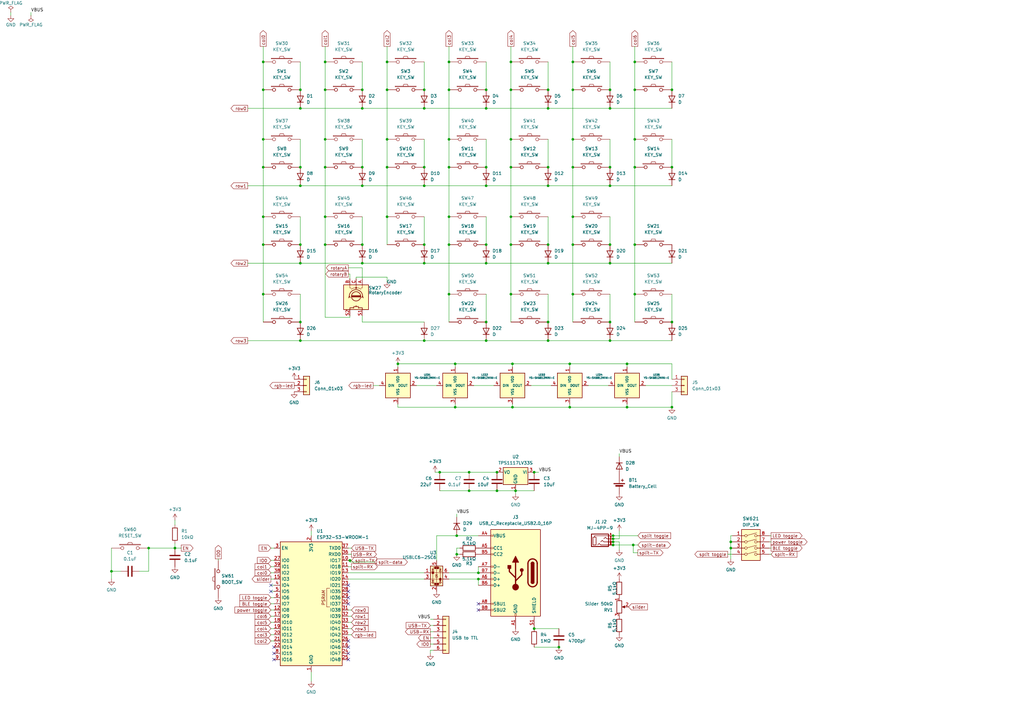
<source format=kicad_sch>
(kicad_sch (version 20231120) (generator "eeschema") (generator_version "8.0")
  (paper "A3")
  (junction (at 219.075 193.675))
  (junction (at 234.95 25.4))
  (junction (at 180.34 193.675))
  (junction (at 209.55 36.83))
  (junction (at 196.215 234.95))
  (junction (at 219.075 257.81))
  (junction (at 250.19 100.33))
  (junction (at 123.19 100.33))
  (junction (at 209.55 68.58))
  (junction (at 60.96 224.79))
  (junction (at 229.235 265.43))
  (junction (at 259.715 223.52))
  (junction (at 187.325 227.33))
  (junction (at 192.405 201.295))
  (junction (at 260.35 57.15))
  (junction (at 148.59 68.58))
  (junction (at 199.39 44.45))
  (junction (at 260.35 25.4))
  (junction (at 211.455 201.295))
  (junction (at 192.405 193.675))
  (junction (at 184.15 100.33))
  (junction (at 158.75 36.83))
  (junction (at 196.215 237.49))
  (junction (at 250.19 36.83))
  (junction (at 107.95 120.65))
  (junction (at 123.19 76.2))
  (junction (at 299.72 224.79))
  (junction (at 148.59 100.33))
  (junction (at 107.95 57.15))
  (junction (at 158.75 88.9))
  (junction (at 184.15 57.15))
  (junction (at 275.59 167.005))
  (junction (at 199.39 76.2))
  (junction (at 209.55 120.65))
  (junction (at 133.35 25.4))
  (junction (at 186.69 167.005))
  (junction (at 257.175 149.225))
  (junction (at 199.39 107.95))
  (junction (at 251.46 220.98))
  (junction (at 260.35 36.83))
  (junction (at 199.39 36.83))
  (junction (at 123.19 36.83))
  (junction (at 107.95 25.4))
  (junction (at 71.755 224.79))
  (junction (at 275.59 68.58))
  (junction (at 184.15 120.65))
  (junction (at 224.79 139.7))
  (junction (at 107.95 36.83))
  (junction (at 173.99 36.83))
  (junction (at 173.99 107.95))
  (junction (at 184.15 88.9))
  (junction (at 250.19 44.45))
  (junction (at 233.68 167.005))
  (junction (at 133.35 36.83))
  (junction (at 260.35 120.65))
  (junction (at 123.19 107.95))
  (junction (at 187.325 219.71))
  (junction (at 224.79 100.33))
  (junction (at 251.46 223.52))
  (junction (at 107.95 88.9))
  (junction (at 184.15 68.58))
  (junction (at 251.46 222.25))
  (junction (at 209.55 88.9))
  (junction (at 133.35 68.58))
  (junction (at 224.79 68.58))
  (junction (at 203.835 201.295))
  (junction (at 199.39 68.58))
  (junction (at 123.19 44.45))
  (junction (at 199.39 132.08))
  (junction (at 173.99 76.2))
  (junction (at 163.195 149.225))
  (junction (at 148.59 36.83))
  (junction (at 224.79 44.45))
  (junction (at 250.19 76.2))
  (junction (at 210.185 167.005))
  (junction (at 250.19 139.7))
  (junction (at 199.39 139.7))
  (junction (at 133.35 88.9))
  (junction (at 143.51 229.87))
  (junction (at 250.19 132.08))
  (junction (at 173.99 139.7))
  (junction (at 224.79 76.2))
  (junction (at 234.95 88.9))
  (junction (at 257.175 167.005))
  (junction (at 186.69 149.225))
  (junction (at 184.15 25.4))
  (junction (at 260.35 68.58))
  (junction (at 123.19 132.08))
  (junction (at 275.59 132.08))
  (junction (at 233.68 149.225))
  (junction (at 158.75 57.15))
  (junction (at 234.95 120.65))
  (junction (at 173.99 100.33))
  (junction (at 260.35 100.33))
  (junction (at 299.72 222.25))
  (junction (at 123.19 68.58))
  (junction (at 234.95 100.33))
  (junction (at 210.185 149.225))
  (junction (at 133.35 100.33))
  (junction (at 224.79 132.08))
  (junction (at 45.72 234.315))
  (junction (at 158.75 68.58))
  (junction (at 199.39 100.33))
  (junction (at 250.19 107.95))
  (junction (at 148.59 107.95))
  (junction (at 107.95 100.33))
  (junction (at 209.55 25.4))
  (junction (at 203.835 193.675))
  (junction (at 209.55 57.15))
  (junction (at 224.79 107.95))
  (junction (at 107.95 68.58))
  (junction (at 275.59 36.83))
  (junction (at 234.95 68.58))
  (junction (at 234.95 36.83))
  (junction (at 234.95 57.15))
  (junction (at 224.79 36.83))
  (junction (at 123.19 139.7))
  (junction (at 209.55 100.33))
  (junction (at 173.99 68.58))
  (junction (at 148.59 76.2))
  (junction (at 133.35 57.15))
  (junction (at 158.75 25.4))
  (junction (at 250.19 68.58))
  (junction (at 184.15 36.83))
  (junction (at 148.59 44.45))
  (junction (at 251.46 219.71))
  (junction (at 173.99 44.45))
  (no_connect (at 196.215 247.65))
  (no_connect (at 196.215 250.19))
  (no_connect (at 142.875 245.11))
  (no_connect (at 111.125 242.57))
  (no_connect (at 142.875 240.03))
  (no_connect (at 142.875 270.51))
  (no_connect (at 142.875 267.97))
  (no_connect (at 142.875 262.89))
  (no_connect (at 112.395 270.51))
  (no_connect (at 111.125 240.03))
  (no_connect (at 112.395 265.43))
  (no_connect (at 142.875 242.57))
  (no_connect (at 142.875 247.65))
  (no_connect (at 112.395 267.97))
  (no_connect (at 142.875 265.43))
  (wire (pts (xy 192.405 193.675) (xy 203.835 193.675)))
  (wire (pts (xy 101.6 139.7) (xy 123.19 139.7)))
  (wire (pts (xy 199.39 139.7) (xy 224.79 139.7)))
  (wire (pts (xy 148.59 57.15) (xy 148.59 68.58)))
  (wire (pts (xy 60.96 224.79) (xy 71.755 224.79)))
  (wire (pts (xy 209.55 57.15) (xy 209.55 68.58)))
  (wire (pts (xy 209.55 25.4) (xy 209.55 36.83)))
  (wire (pts (xy 163.195 149.225) (xy 186.69 149.225)))
  (wire (pts (xy 217.805 158.115) (xy 226.06 158.115)))
  (wire (pts (xy 224.79 76.2) (xy 250.19 76.2)))
  (wire (pts (xy 186.69 167.005) (xy 210.185 167.005)))
  (wire (pts (xy 144.145 229.87) (xy 143.51 229.87)))
  (wire (pts (xy 233.68 149.225) (xy 257.175 149.225)))
  (wire (pts (xy 111.125 232.41) (xy 112.395 232.41)))
  (wire (pts (xy 260.35 100.33) (xy 260.35 120.65)))
  (wire (pts (xy 127.635 279.4) (xy 127.635 275.59)))
  (wire (pts (xy 111.125 229.87) (xy 112.395 229.87)))
  (wire (pts (xy 187.325 227.33) (xy 188.595 227.33)))
  (wire (pts (xy 180.34 193.675) (xy 192.405 193.675)))
  (wire (pts (xy 224.79 57.15) (xy 224.79 68.58)))
  (wire (pts (xy 300.355 224.79) (xy 299.72 224.79)))
  (wire (pts (xy 179.07 219.71) (xy 187.325 219.71)))
  (wire (pts (xy 173.99 44.45) (xy 199.39 44.45)))
  (wire (pts (xy 250.19 25.4) (xy 250.19 36.83)))
  (wire (pts (xy 299.72 229.235) (xy 299.72 224.79)))
  (wire (pts (xy 234.95 120.65) (xy 234.95 132.08)))
  (wire (pts (xy 148.59 76.2) (xy 173.99 76.2)))
  (wire (pts (xy 163.195 167.005) (xy 186.69 167.005)))
  (wire (pts (xy 250.19 120.65) (xy 250.19 132.08)))
  (wire (pts (xy 184.15 36.83) (xy 184.15 57.15)))
  (wire (pts (xy 224.79 120.65) (xy 224.79 132.08)))
  (wire (pts (xy 250.19 76.2) (xy 275.59 76.2)))
  (wire (pts (xy 234.95 36.83) (xy 234.95 57.15)))
  (wire (pts (xy 111.125 260.35) (xy 112.395 260.35)))
  (wire (pts (xy 254 186.055) (xy 254 187.325)))
  (wire (pts (xy 101.6 107.95) (xy 123.19 107.95)))
  (wire (pts (xy 251.46 223.52) (xy 259.715 223.52)))
  (wire (pts (xy 194.31 158.115) (xy 202.565 158.115)))
  (wire (pts (xy 254 220.98) (xy 251.46 220.98)))
  (wire (pts (xy 187.325 210.82) (xy 187.325 212.09)))
  (wire (pts (xy 142.875 109.855) (xy 148.59 109.855)))
  (wire (pts (xy 158.75 19.05) (xy 158.75 25.4)))
  (wire (pts (xy 192.405 201.295) (xy 203.835 201.295)))
  (wire (pts (xy 224.79 88.9) (xy 224.79 100.33)))
  (wire (pts (xy 107.95 19.05) (xy 107.95 25.4)))
  (wire (pts (xy 144.145 255.27) (xy 142.875 255.27)))
  (wire (pts (xy 264.795 158.115) (xy 275.59 158.115)))
  (wire (pts (xy 71.755 215.265) (xy 71.755 213.36)))
  (wire (pts (xy 180.34 201.295) (xy 192.405 201.295)))
  (wire (pts (xy 316.23 219.71) (xy 315.595 219.71)))
  (wire (pts (xy 260.35 25.4) (xy 260.35 36.83)))
  (wire (pts (xy 184.15 234.95) (xy 196.215 234.95)))
  (wire (pts (xy 298.45 227.33) (xy 300.355 227.33)))
  (wire (pts (xy 234.95 19.05) (xy 234.95 25.4)))
  (wire (pts (xy 234.95 88.9) (xy 234.95 100.33)))
  (wire (pts (xy 176.53 264.16) (xy 177.8 264.16)))
  (wire (pts (xy 148.59 44.45) (xy 173.99 44.45)))
  (wire (pts (xy 257.175 167.005) (xy 275.59 167.005)))
  (wire (pts (xy 209.55 36.83) (xy 209.55 57.15)))
  (wire (pts (xy 111.125 255.27) (xy 112.395 255.27)))
  (wire (pts (xy 127.635 217.805) (xy 127.635 219.71)))
  (wire (pts (xy 142.875 232.41) (xy 144.145 232.41)))
  (wire (pts (xy 259.715 223.52) (xy 261.62 223.52)))
  (wire (pts (xy 250.19 88.9) (xy 250.19 100.33)))
  (wire (pts (xy 299.72 219.71) (xy 300.355 219.71)))
  (wire (pts (xy 275.59 120.65) (xy 275.59 132.08)))
  (wire (pts (xy 186.69 149.225) (xy 186.69 150.495)))
  (wire (pts (xy 199.39 88.9) (xy 199.39 100.33)))
  (wire (pts (xy 234.95 68.58) (xy 234.95 88.9)))
  (wire (pts (xy 178.435 193.675) (xy 180.34 193.675)))
  (wire (pts (xy 186.69 167.005) (xy 186.69 165.735)))
  (wire (pts (xy 176.53 267.97) (xy 176.53 266.7)))
  (wire (pts (xy 12.7 6.35) (xy 12.7 5.08)))
  (wire (pts (xy 60.96 234.315) (xy 57.15 234.315)))
  (wire (pts (xy 60.96 224.79) (xy 60.96 234.315)))
  (wire (pts (xy 111.125 240.03) (xy 112.395 240.03)))
  (wire (pts (xy 153.035 158.115) (xy 155.575 158.115)))
  (wire (pts (xy 184.15 68.58) (xy 184.15 88.9)))
  (wire (pts (xy 299.72 219.71) (xy 299.72 222.25)))
  (wire (pts (xy 199.39 57.15) (xy 199.39 68.58)))
  (wire (pts (xy 133.35 25.4) (xy 133.35 36.83)))
  (wire (pts (xy 219.075 265.43) (xy 229.235 265.43)))
  (wire (pts (xy 176.53 266.7) (xy 177.8 266.7)))
  (wire (pts (xy 224.79 44.45) (xy 250.19 44.45)))
  (wire (pts (xy 133.35 57.15) (xy 133.35 68.58)))
  (wire (pts (xy 275.59 155.575) (xy 275.59 149.225)))
  (wire (pts (xy 173.99 107.95) (xy 199.39 107.95)))
  (wire (pts (xy 211.455 201.295) (xy 219.075 201.295)))
  (wire (pts (xy 107.95 88.9) (xy 107.95 100.33)))
  (wire (pts (xy 316.23 224.79) (xy 315.595 224.79)))
  (wire (pts (xy 299.72 222.25) (xy 299.72 224.79)))
  (wire (pts (xy 133.35 36.83) (xy 133.35 57.15)))
  (wire (pts (xy 143.51 230.505) (xy 153.67 230.505)))
  (wire (pts (xy 254 217.805) (xy 254 220.98)))
  (wire (pts (xy 224.79 25.4) (xy 224.79 36.83)))
  (wire (pts (xy 142.875 229.87) (xy 143.51 229.87)))
  (wire (pts (xy 224.79 107.95) (xy 250.19 107.95)))
  (wire (pts (xy 111.125 224.79) (xy 112.395 224.79)))
  (wire (pts (xy 209.55 68.58) (xy 209.55 88.9)))
  (wire (pts (xy 251.46 222.25) (xy 254 222.25)))
  (wire (pts (xy 45.72 234.315) (xy 45.72 224.79)))
  (wire (pts (xy 148.59 109.855) (xy 148.59 114.3)))
  (wire (pts (xy 233.68 167.005) (xy 233.68 165.735)))
  (wire (pts (xy 111.125 245.11) (xy 112.395 245.11)))
  (wire (pts (xy 144.145 252.73) (xy 142.875 252.73)))
  (wire (pts (xy 199.39 107.95) (xy 224.79 107.95)))
  (wire (pts (xy 158.75 25.4) (xy 158.75 36.83)))
  (wire (pts (xy 209.55 19.05) (xy 209.55 25.4)))
  (wire (pts (xy 260.35 57.15) (xy 260.35 68.58)))
  (wire (pts (xy 196.215 232.41) (xy 196.215 234.95)))
  (wire (pts (xy 196.215 237.49) (xy 196.215 240.03)))
  (wire (pts (xy 158.75 88.9) (xy 158.75 100.33)))
  (wire (pts (xy 234.95 100.33) (xy 234.95 120.65)))
  (wire (pts (xy 275.59 25.4) (xy 275.59 36.83)))
  (wire (pts (xy 199.39 76.2) (xy 224.79 76.2)))
  (wire (pts (xy 188.595 224.79) (xy 187.325 224.79)))
  (wire (pts (xy 209.55 100.33) (xy 209.55 120.65)))
  (wire (pts (xy 234.95 25.4) (xy 234.95 36.83)))
  (wire (pts (xy 123.19 57.15) (xy 123.19 68.58)))
  (wire (pts (xy 163.195 149.225) (xy 163.195 150.495)))
  (wire (pts (xy 173.99 76.2) (xy 199.39 76.2)))
  (wire (pts (xy 158.75 36.83) (xy 158.75 57.15)))
  (wire (pts (xy 144.145 224.79) (xy 142.875 224.79)))
  (wire (pts (xy 187.325 224.79) (xy 187.325 227.33)))
  (wire (pts (xy 101.6 76.2) (xy 123.19 76.2)))
  (wire (pts (xy 210.185 149.225) (xy 210.185 150.495)))
  (wire (pts (xy 89.535 229.235) (xy 89.535 229.87)))
  (wire (pts (xy 133.35 88.9) (xy 133.35 100.33)))
  (wire (pts (xy 142.875 112.395) (xy 143.51 112.395)))
  (wire (pts (xy 148.59 25.4) (xy 148.59 36.83)))
  (wire (pts (xy 45.72 237.49) (xy 45.72 234.315)))
  (wire (pts (xy 107.95 100.33) (xy 107.95 120.65)))
  (wire (pts (xy 111.125 262.89) (xy 112.395 262.89)))
  (wire (pts (xy 233.68 149.225) (xy 233.68 150.495)))
  (wire (pts (xy 210.185 149.225) (xy 233.68 149.225)))
  (wire (pts (xy 275.59 57.15) (xy 275.59 68.58)))
  (wire (pts (xy 220.98 193.675) (xy 219.075 193.675)))
  (wire (pts (xy 107.95 68.58) (xy 107.95 88.9)))
  (wire (pts (xy 199.39 120.65) (xy 199.39 132.08)))
  (wire (pts (xy 144.145 257.81) (xy 142.875 257.81)))
  (wire (pts (xy 111.125 250.19) (xy 112.395 250.19)))
  (wire (pts (xy 250.19 44.45) (xy 275.59 44.45)))
  (wire (pts (xy 199.39 25.4) (xy 199.39 36.83)))
  (wire (pts (xy 224.79 139.7) (xy 250.19 139.7)))
  (wire (pts (xy 259.715 226.695) (xy 259.715 223.52)))
  (wire (pts (xy 275.59 149.225) (xy 257.175 149.225)))
  (wire (pts (xy 261.62 226.695) (xy 259.715 226.695)))
  (wire (pts (xy 316.23 222.25) (xy 315.595 222.25)))
  (wire (pts (xy 144.145 227.33) (xy 142.875 227.33)))
  (wire (pts (xy 186.69 149.225) (xy 210.185 149.225)))
  (wire (pts (xy 184.15 19.05) (xy 184.15 25.4)))
  (wire (pts (xy 250.19 57.15) (xy 250.19 68.58)))
  (wire (pts (xy 184.15 237.49) (xy 196.215 237.49)))
  (wire (pts (xy 300.355 222.25) (xy 299.72 222.25)))
  (wire (pts (xy 133.35 130.175) (xy 143.51 130.175)))
  (wire (pts (xy 173.99 139.7) (xy 199.39 139.7)))
  (wire (pts (xy 144.145 260.35) (xy 142.875 260.35)))
  (wire (pts (xy 184.15 120.65) (xy 184.15 132.08)))
  (wire (pts (xy 158.75 113.665) (xy 158.75 115.57)))
  (wire (pts (xy 107.95 36.83) (xy 107.95 57.15)))
  (wire (pts (xy 173.99 234.95) (xy 142.875 234.95)))
  (wire (pts (xy 234.95 57.15) (xy 234.95 68.58)))
  (wire (pts (xy 148.59 107.95) (xy 173.99 107.95)))
  (wire (pts (xy 257.175 149.225) (xy 257.175 150.495)))
  (wire (pts (xy 123.19 88.9) (xy 123.19 100.33)))
  (wire (pts (xy 158.75 57.15) (xy 158.75 68.58)))
  (wire (pts (xy 187.325 219.71) (xy 196.215 219.71)))
  (wire (pts (xy 176.53 261.62) (xy 177.8 261.62)))
  (wire (pts (xy 260.35 19.05) (xy 260.35 25.4)))
  (wire (pts (xy 123.19 76.2) (xy 148.59 76.2)))
  (wire (pts (xy 170.815 158.115) (xy 179.07 158.115)))
  (wire (pts (xy 4.445 6.35) (xy 4.445 5.08)))
  (wire (pts (xy 176.53 254) (xy 177.8 254)))
  (wire (pts (xy 163.195 167.005) (xy 163.195 165.735)))
  (wire (pts (xy 148.59 129.54) (xy 148.59 132.08)))
  (wire (pts (xy 158.75 68.58) (xy 158.75 88.9)))
  (wire (pts (xy 148.59 132.08) (xy 173.99 132.08)))
  (wire (pts (xy 257.175 167.005) (xy 257.175 165.735)))
  (wire (pts (xy 184.15 25.4) (xy 184.15 36.83)))
  (wire (pts (xy 261.62 219.71) (xy 251.46 219.71)))
  (wire (pts (xy 176.53 259.08) (xy 177.8 259.08)))
  (wire (pts (xy 260.35 36.83) (xy 260.35 57.15)))
  (wire (pts (xy 71.755 222.885) (xy 71.755 224.79)))
  (wire (pts (xy 158.75 113.665) (xy 146.05 113.665)))
  (wire (pts (xy 143.51 230.505) (xy 143.51 229.87)))
  (wire (pts (xy 184.15 88.9) (xy 184.15 100.33)))
  (wire (pts (xy 101.6 44.45) (xy 123.19 44.45)))
  (wire (pts (xy 123.19 139.7) (xy 173.99 139.7)))
  (wire (pts (xy 148.59 88.9) (xy 148.59 100.33)))
  (wire (pts (xy 250.19 107.95) (xy 275.59 107.95)))
  (wire (pts (xy 123.19 120.65) (xy 123.19 132.08)))
  (wire (pts (xy 210.185 167.005) (xy 210.185 165.735)))
  (wire (pts (xy 107.95 57.15) (xy 107.95 68.58)))
  (wire (pts (xy 173.99 88.9) (xy 173.99 100.33)))
  (wire (pts (xy 133.35 19.05) (xy 133.35 25.4)))
  (wire (pts (xy 241.3 158.115) (xy 249.555 158.115)))
  (wire (pts (xy 123.19 44.45) (xy 148.59 44.45)))
  (wire (pts (xy 199.39 44.45) (xy 224.79 44.45)))
  (wire (pts (xy 209.55 88.9) (xy 209.55 100.33)))
  (wire (pts (xy 111.125 234.95) (xy 112.395 234.95)))
  (wire (pts (xy 45.72 234.315) (xy 49.53 234.315)))
  (wire (pts (xy 316.23 227.33) (xy 315.595 227.33)))
  (wire (pts (xy 71.755 224.79) (xy 74.295 224.79)))
  (wire (pts (xy 111.125 237.49) (xy 112.395 237.49)))
  (wire (pts (xy 260.35 68.58) (xy 260.35 100.33)))
  (wire (pts (xy 111.125 257.81) (xy 112.395 257.81)))
  (wire (pts (xy 146.05 113.665) (xy 146.05 114.3)))
  (wire (pts (xy 173.99 57.15) (xy 173.99 68.58)))
  (wire (pts (xy 219.075 257.81) (xy 229.235 257.81)))
  (wire (pts (xy 184.15 57.15) (xy 184.15 68.58)))
  (wire (pts (xy 184.15 100.33) (xy 184.15 120.65)))
  (wire (pts (xy 260.35 120.65) (xy 260.35 132.08)))
  (wire (pts (xy 179.07 229.87) (xy 179.07 219.71)))
  (wire (pts (xy 111.125 242.57) (xy 112.395 242.57)))
  (wire (pts (xy 143.51 129.54) (xy 143.51 130.175)))
  (wire (pts (xy 123.19 107.95) (xy 148.59 107.95)))
  (wire (pts (xy 107.95 120.65) (xy 107.95 132.08)))
  (wire (pts (xy 250.19 139.7) (xy 275.59 139.7)))
  (wire (pts (xy 254 225.425) (xy 254 222.25)))
  (wire (pts (xy 133.35 100.33) (xy 133.35 130.175)))
  (wire (pts (xy 144.145 250.19) (xy 142.875 250.19)))
  (wire (pts (xy 209.55 120.65) (xy 209.55 132.08)))
  (wire (pts (xy 173.99 25.4) (xy 173.99 36.83)))
  (wire (pts (xy 233.68 167.005) (xy 257.175 167.005)))
  (wire (pts (xy 173.99 237.49) (xy 142.875 237.49)))
  (wire (pts (xy 123.19 25.4) (xy 123.19 36.83)))
  (wire (pts (xy 210.185 167.005) (xy 233.68 167.005)))
  (wire (pts (xy 211.455 202.565) (xy 211.455 201.295)))
  (wire (pts (xy 111.125 247.65) (xy 112.395 247.65)))
  (wire (pts (xy 133.35 68.58) (xy 133.35 88.9)))
  (wire (pts (xy 143.51 112.395) (xy 143.51 114.3)))
  (wire (pts (xy 107.95 25.4) (xy 107.95 36.83)))
  (wire (pts (xy 176.53 256.54) (xy 177.8 256.54)))
  (wire (pts (xy 111.125 252.73) (xy 112.395 252.73)))
  (wire (pts (xy 203.835 201.295) (xy 211.455 201.295)))
  (wire (pts (xy 275.59 160.655) (xy 275.59 167.005)))
  (label "VBUS" (at 220.98 193.675 0))
  (label "VBUS" (at 187.325 210.82 0))
  (label "VBUS" (at 176.53 254 180))
  (label "VBUS" (at 254 186.055 0))
  (label "VBUS" (at 12.7 5.08 0))
  (global_label "col5" (shape output) (at 234.95 19.05 90) (property "Intersheetrefs" "${INTERSHEET_REFS}" (effects (hide yes))))
  (global_label "IO0" (shape input) (at 111.125 229.87 180) (property "Intersheetrefs" "${INTERSHEET_REFS}" (effects (hide yes))))
  (global_label "row2" (shape output) (at 101.6 107.95 180) (property "Intersheetrefs" "${INTERSHEET_REFS}" (effects (hide yes))))
  (global_label "BLE toggle" (shape output) (at 316.23 224.79 0) (property "Intersheetrefs" "${INTERSHEET_REFS}" (effects (hide yes))))
  (global_label "USB-RX" (shape output) (at 176.53 259.08 180) (property "Intersheetrefs" "${INTERSHEET_REFS}" (effects (hide yes))))
  (global_label "row1" (shape output) (at 101.6 76.2 180) (property "Intersheetrefs" "${INTERSHEET_REFS}" (effects (hide yes))))
  (global_label "col0" (shape output) (at 107.95 19.05 90) (property "Intersheetrefs" "${INTERSHEET_REFS}" (effects (hide yes))))
  (global_label "LED toggle" (shape input) (at 111.125 245.11 180) (property "Intersheetrefs" "${INTERSHEET_REFS}" (effects (hide yes))))
  (global_label "col0" (shape input) (at 111.125 234.95 180) (property "Intersheetrefs" "${INTERSHEET_REFS}" (effects (hide yes))))
  (global_label "USB-RX" (shape output) (at 144.145 227.33 0) (property "Intersheetrefs" "${INTERSHEET_REFS}" (effects (hide yes))))
  (global_label "LED toggle" (shape output) (at 316.23 219.71 0) (property "Intersheetrefs" "${INTERSHEET_REFS}" (effects (hide yes))))
  (global_label "split toggle" (shape output) (at 298.45 227.33 180) (property "Intersheetrefs" "${INTERSHEET_REFS}" (effects (hide yes))))
  (global_label "rgb-led" (shape input) (at 144.145 260.35 0) (property "Intersheetrefs" "${INTERSHEET_REFS}" (effects (hide yes))))
  (global_label "row3" (shape output) (at 101.6 139.7 180) (property "Intersheetrefs" "${INTERSHEET_REFS}" (effects (hide yes))))
  (global_label "split-data" (shape bidirectional) (at 261.62 223.52 0) (property "Intersheetrefs" "${INTERSHEET_REFS}" (effects (hide yes))))
  (global_label "IO0" (shape output) (at 89.535 229.235 90) (property "Intersheetrefs" "${INTERSHEET_REFS}" (effects (hide yes))))
  (global_label "split-TX" (shape output) (at 261.62 226.695 0) (property "Intersheetrefs" "${INTERSHEET_REFS}" (effects (hide yes))))
  (global_label "col6" (shape input) (at 111.125 252.73 180) (property "Intersheetrefs" "${INTERSHEET_REFS}" (effects (hide yes))))
  (global_label "row3" (shape input) (at 144.145 257.81 0) (property "Intersheetrefs" "${INTERSHEET_REFS}" (effects (hide yes))))
  (global_label "row1" (shape input) (at 144.145 252.73 0) (property "Intersheetrefs" "${INTERSHEET_REFS}" (effects (hide yes))))
  (global_label "EN" (shape output) (at 74.295 224.79 0) (property "Intersheetrefs" "${INTERSHEET_REFS}" (effects (hide yes))))
  (global_label "EN" (shape output) (at 176.53 261.62 180) (property "Intersheetrefs" "${INTERSHEET_REFS}" (effects (hide yes))))
  (global_label "col6" (shape output) (at 260.35 19.05 90) (property "Intersheetrefs" "${INTERSHEET_REFS}" (effects (hide yes))))
  (global_label "col4" (shape output) (at 209.55 19.05 90) (property "Intersheetrefs" "${INTERSHEET_REFS}" (effects (hide yes))))
  (global_label "IO0" (shape output) (at 176.53 264.16 180) (property "Intersheetrefs" "${INTERSHEET_REFS}" (effects (hide yes))))
  (global_label "split-TX" (shape input) (at 144.145 229.87 0) (property "Intersheetrefs" "${INTERSHEET_REFS}" (effects (hide yes))))
  (global_label "col2" (shape output) (at 158.75 19.05 90) (property "Intersheetrefs" "${INTERSHEET_REFS}" (effects (hide yes))))
  (global_label "BLE toggle" (shape input) (at 111.125 247.65 180) (property "Intersheetrefs" "${INTERSHEET_REFS}" (effects (hide yes))))
  (global_label "slider" (shape input) (at 257.81 248.92 0) (property "Intersheetrefs" "${INTERSHEET_REFS}" (effects (hide yes))))
  (global_label "power toggle" (shape input) (at 111.125 250.19 180) (property "Intersheetrefs" "${INTERSHEET_REFS}" (effects (hide yes))))
  (global_label "col2" (shape input) (at 111.125 262.89 180) (property "Intersheetrefs" "${INTERSHEET_REFS}" (effects (hide yes))))
  (global_label "rotaryA" (shape output) (at 142.875 109.855 180) (property "Intersheetrefs" "${INTERSHEET_REFS}" (effects (hide yes))))
  (global_label "split-data" (shape bidirectional) (at 153.67 230.505 0) (property "Intersheetrefs" "${INTERSHEET_REFS}" (effects (hide yes))))
  (global_label "USB-TX" (shape input) (at 176.53 256.54 180) (property "Intersheetrefs" "${INTERSHEET_REFS}" (effects (hide yes))))
  (global_label "rgb-led" (shape output) (at 153.035 158.115 180) (property "Intersheetrefs" "${INTERSHEET_REFS}" (effects (hide yes))))
  (global_label "col3" (shape input) (at 111.125 260.35 180) (property "Intersheetrefs" "${INTERSHEET_REFS}" (effects (hide yes))))
  (global_label "power toggle" (shape output) (at 316.23 222.25 0) (property "Intersheetrefs" "${INTERSHEET_REFS}" (effects (hide yes))))
  (global_label "split toggle" (shape input) (at 261.62 219.71 0) (property "Intersheetrefs" "${INTERSHEET_REFS}" (effects (hide yes))))
  (global_label "col5" (shape input) (at 111.125 255.27 180) (property "Intersheetrefs" "${INTERSHEET_REFS}" (effects (hide yes))))
  (global_label "split-RX" (shape input) (at 316.23 227.33 0) (property "Intersheetrefs" "${INTERSHEET_REFS}" (effects (hide yes))))
  (global_label "split-RX" (shape output) (at 144.145 232.41 0) (property "Intersheetrefs" "${INTERSHEET_REFS}" (effects (hide yes))))
  (global_label "USB-TX" (shape input) (at 144.145 224.79 0) (property "Intersheetrefs" "${INTERSHEET_REFS}" (effects (hide yes))))
  (global_label "col1" (shape input) (at 111.125 232.41 180) (property "Intersheetrefs" "${INTERSHEET_REFS}" (effects (hide yes))))
  (global_label "EN" (shape input) (at 111.125 224.79 180) (property "Intersheetrefs" "${INTERSHEET_REFS}" (effects (hide yes))))
  (global_label "col1" (shape output) (at 133.35 19.05 90) (property "Intersheetrefs" "${INTERSHEET_REFS}" (effects (hide yes))))
  (global_label "col4" (shape input) (at 111.125 257.81 180) (property "Intersheetrefs" "${INTERSHEET_REFS}" (effects (hide yes))))
  (global_label "rotaryB" (shape output) (at 142.875 112.395 180) (property "Intersheetrefs" "${INTERSHEET_REFS}" (effects (hide yes))))
  (global_label "rgb-led" (shape output) (at 120.65 158.115 180) (property "Intersheetrefs" "${INTERSHEET_REFS}" (effects (hide yes))))
  (global_label "row0" (shape output) (at 101.6 44.45 180) (property "Intersheetrefs" "${INTERSHEET_REFS}" (effects (hide yes))))
  (global_label "slider" (shape output) (at 111.125 237.49 180) (property "Intersheetrefs" "${INTERSHEET_REFS}" (effects (hide yes))))
  (global_label "row0" (shape input) (at 144.145 250.19 0) (property "Intersheetrefs" "${INTERSHEET_REFS}" (effects (hide yes))))
  (global_label "row2" (shape input) (at 144.145 255.27 0) (property "Intersheetrefs" "${INTERSHEET_REFS}" (effects (hide yes))))
  (global_label "col3" (shape output) (at 184.15 19.05 90) (property "Intersheetrefs" "${INTERSHEET_REFS}" (effects (hide yes))))
  (symbol (lib_id "kbd:SW_PUSH") (at 191.77 132.08 0) (unit 1)
    (property "Reference" "SW22" (at 191.77 124.46 0))
    (property "Value" "KEY_SW" (at 191.77 127 0))
    (property "Footprint" "lib:keyswitch_cherrymx_hotswap_1u_no_hole" (effects (hide yes)))
  )
  (symbol (lib_id "Device:R") (at 219.075 261.62 0) (unit 1)
    (property "Reference" "R4" (at 221.615 260.35 0) (effects (justify left)))
    (property "Value" "1MΩ" (at 221.615 262.89 0) (effects (justify left)))
    (property "Footprint" "keebio:Resistor-Hybrid" (effects (hide yes)))
  )
  (symbol (lib_id "Device:C") (at 71.755 228.6 180) (unit 1)
    (property "Reference" "C2" (at 75.565 227.33 0) (effects (justify right)))
    (property "Value" "0.1uF" (at 75.565 229.87 0) (effects (justify right)))
    (property "Footprint" "lib:C_0805_2012Metric_Pad1.18x1.45mm_HandSolder_rev" (effects (hide yes)))
  )
  (symbol (lib_id "power:GND") (at 254 202.565 0) (mirror y) (unit 1)
    (property "Reference" "#PWR022" (effects (hide yes)))
    (property "Value" "GND" (at 254 207.01 0))
  )
  (symbol (lib_id "kbd:YS-SK6812MINI-E") (at 257.175 158.115 0) (unit 1)
    (property "Reference" "LED5" (at 269.24 153.7015 0) (effects (font (size 0.7366 0.7366))))
    (property "Value" "YS-SK6812MINI-E" (at 269.24 154.9715 0) (effects (font (size 0.7366 0.7366))))
    (property "Footprint" "lib:YS-SK6812MINI-E" (effects (hide yes)))
  )
  (symbol (lib_id "power:GND") (at 299.72 229.235 0) (unit 1)
    (property "Reference" "#PWR019" (effects (hide yes)))
    (property "Value" "GND" (at 299.72 233.68 0))
  )
  (symbol (lib_id "power:GND") (at 158.75 115.57 0) (unit 1)
    (property "Reference" "#PWR06" (effects (hide yes)))
    (property "Value" "GND" (at 160.655 115.57 0))
  )
  (symbol (lib_id "kbd:SW_PUSH") (at 115.57 88.9 0) (unit 1)
    (property "Reference" "SW44" (at 115.57 81.28 0))
    (property "Value" "KEY_SW" (at 115.57 83.82 0))
    (property "Footprint" "kbd:keyswitch_cherrymx_hotswap_1u" (effects (hide yes)))
  )
  (symbol (lib_id "power:GND") (at 211.455 202.565 0) (unit 1)
    (property "Reference" "#PWR015" (effects (hide yes)))
    (property "Value" "GND" (at 211.455 207.01 0))
  )
  (symbol (lib_id "Switch:SW_DIP_x04") (at 307.975 224.79 0) (unit 1)
    (property "Reference" "SW６２1" (at 307.975 212.725 0))
    (property "Value" "DIP_SW" (at 307.975 215.265 0))
    (property "Footprint" "lib:DIPS762W80P254L1170H690Q8N" (effects (hide yes)))
  )
  (symbol (lib_id "kbd:SW_PUSH") (at 166.37 25.4 0) (unit 1)
    (property "Reference" "SW32" (at 166.37 17.78 0))
    (property "Value" "KEY_SW" (at 166.37 20.32 0))
    (property "Footprint" "kbd:keyswitch_cherrymx_hotswap_1u" (effects (hide yes)))
  )
  (symbol (lib_id "Device:RotaryEncoder_Switch") (at 146.05 121.92 270) (unit 1)
    (property "Reference" "SW27" (at 151.13 118.11 90) (effects (justify left)))
    (property "Value" "RotaryEncoder" (at 151.13 120.015 90) (effects (justify left)))
    (property "Footprint" "keebio:RotaryEncoder_EC11" (effects (hide yes)))
  )
  (symbol (lib_id "kbd:SW_PUSH") (at 217.17 120.65 0) (unit 1)
    (property "Reference" "SW51" (at 217.17 113.03 0))
    (property "Value" "KEY_SW" (at 217.17 115.57 0))
    (property "Footprint" "kbd:keyswitch_cherrymx_hotswap_1u" (effects (hide yes)))
  )
  (symbol (lib_id "power:+3V3") (at 163.195 149.225 0) (unit 1)
    (property "Reference" "#PWR025" (effects (hide yes)))
    (property "Value" "+3V3" (at 163.195 144.78 0))
  )
  (symbol (lib_id "kbd:SW_PUSH") (at 166.37 100.33 0) (unit 1)
    (property "Reference" "SW17" (at 166.37 92.71 0))
    (property "Value" "KEY_SW" (at 166.37 95.25 0))
    (property "Footprint" "kbd:keyswitch_cherrymx_hotswap_1u" (effects (hide yes)))
  )
  (symbol (lib_id "kbd:SW_PUSH") (at 242.57 36.83 0) (unit 1)
    (property "Reference" "SW6" (at 242.57 29.21 0))
    (property "Value" "KEY_SW" (at 242.57 31.75 0))
    (property "Footprint" "kbd:keyswitch_cherrymx_hotswap_1u" (effects (hide yes)))
  )
  (symbol (lib_id "kbd:SW_PUSH") (at 191.77 57.15 0) (unit 1)
    (property "Reference" "SW40" (at 191.77 49.53 0))
    (property "Value" "KEY_SW" (at 191.77 52.07 0))
    (property "Footprint" "kbd:keyswitch_cherrymx_hotswap_1u" (effects (hide yes)))
  )
  (symbol (lib_id "kbd:SW_PUSH") (at 115.57 100.33 0) (unit 1)
    (property "Reference" "SW15" (at 115.57 92.71 0))
    (property "Value" "KEY_SW" (at 115.57 95.25 0))
    (property "Footprint" "kbd:keyswitch_cherrymx_hotswap_1u" (effects (hide yes)))
  )
  (symbol (lib_id "Device:D") (at 173.99 104.14 90) (unit 1)
    (property "Reference" "D17" (at 176.53 102.87 90) (effects (justify right)))
    (property "Value" "D" (at 176.53 105.41 90) (effects (justify right)))
    (property "Footprint" "keebio:Diode-dual" (effects (hide yes)))
    (property "Sim.Device" "D" (effects (hide yes)))
    (property "Sim.Pins" "1=K 2=A" (effects (hide yes)))
  )
  (symbol (lib_id "kbd:SW_PUSH") (at 217.17 68.58 0) (unit 1)
    (property "Reference" "SW12" (at 217.17 60.96 0))
    (property "Value" "KEY_SW" (at 217.17 63.5 0))
    (property "Footprint" "lib:keyswitch_cherrymx_hotswap_1u_no_hole" (effects (hide yes)))
  )
  (symbol (lib_id "kbd:SW_PUSH") (at 115.57 132.08 0) (unit 1)
    (property "Reference" "SW26" (at 115.57 124.46 0))
    (property "Value" "KEY_SW" (at 115.57 127 0))
    (property "Footprint" "lib:keyswitch_cherrymx_hotswap_1u_no_hole" (effects (hide yes)))
  )
  (symbol (lib_id "power:GND") (at 187.325 227.33 0) (unit 1)
    (property "Reference" "#PWR014" (effects (hide yes)))
    (property "Value" "GND" (at 187.325 231.775 0))
  )
  (symbol (lib_id "power:+3V3") (at 120.65 155.575 0) (unit 1)
    (property "Reference" "#PWR023" (effects (hide yes)))
    (property "Value" "+3V3" (at 120.65 151.13 0))
  )
  (symbol (lib_id "kbd:MJ-4PP-9") (at 246.38 221.615 0) (unit 1)
    (property "Reference" "J1" (at 245.11 213.995 0))
    (property "Value" "MJ-4PP-9" (at 246.0625 216.535 0))
    (property "Footprint" "kbd:MJ-4PP-9" (effects (hide yes)))
  )
  (symbol (lib_id "kbd:SW_PUSH") (at 191.77 100.33 0) (unit 1)
    (property "Reference" "SW18" (at 191.77 92.71 0))
    (property "Value" "KEY_SW" (at 191.77 95.25 0))
    (property "Footprint" "kbd:keyswitch_cherrymx_hotswap_1u" (effects (hide yes)))
  )
  (symbol (lib_id "kbd:YS-SK6812MINI-E") (at 233.68 158.115 0) (unit 1)
    (property "Reference" "LED4" (at 245.745 153.7015 0) (effects (font (size 0.7366 0.7366))))
    (property "Value" "YS-SK6812MINI-E" (at 245.745 154.9715 0) (effects (font (size 0.7366 0.7366))))
    (property "Footprint" "lib:YS-SK6812MINI-E" (effects (hide yes)))
  )
  (symbol (lib_id "kbd:SW_PUSH") (at 267.97 36.83 0) (unit 1)
    (property "Reference" "SW7" (at 267.97 29.21 0))
    (property "Value" "KEY_SW" (at 267.97 31.75 0))
    (property "Footprint" "kbd:keyswitch_cherrymx_hotswap_1u" (effects (hide yes)))
  )
  (symbol (lib_id "power:GND") (at 179.07 242.57 0) (mirror y) (unit 1)
    (property "Reference" "#PWR017" (effects (hide yes)))
    (property "Value" "GND" (at 179.07 247.015 0))
  )
  (symbol (lib_id "kbd:SW_PUSH") (at 267.97 120.65 0) (unit 1)
    (property "Reference" "SW53" (at 267.97 113.03 0))
    (property "Value" "KEY_SW" (at 267.97 115.57 0))
    (property "Footprint" "kbd:keyswitch_cherrymx_hotswap_1u" (effects (hide yes)))
  )
  (symbol (lib_id "kbd:YS-SK6812MINI-E") (at 210.185 158.115 0) (unit 1)
    (property "Reference" "LED3" (at 222.25 153.7015 0) (effects (font (size 0.7366 0.7366))))
    (property "Value" "YS-SK6812MINI-E" (at 222.25 154.9715 0) (effects (font (size 0.7366 0.7366))))
    (property "Footprint" "lib:YS-SK6812MINI-E" (effects (hide yes)))
  )
  (symbol (lib_id "kbd:SW_PUSH") (at 267.97 57.15 0) (unit 1)
    (property "Reference" "SW43" (at 267.97 49.53 0))
    (property "Value" "KEY_SW" (at 267.97 52.07 0))
    (property "Footprint" "kbd:keyswitch_cherrymx_hotswap_1u" (effects (hide yes)))
  )
  (symbol (lib_id "kbd:SW_PUSH") (at 140.97 25.4 0) (unit 1)
    (property "Reference" "SW31" (at 140.97 17.78 0))
    (property "Value" "KEY_SW" (at 140.97 20.32 0))
    (property "Footprint" "kbd:keyswitch_cherrymx_hotswap_1u" (effects (hide yes)))
  )
  (symbol (lib_id "kbd:SW_PUSH") (at 140.97 36.83 0) (unit 1)
    (property "Reference" "SW2" (at 140.97 29.21 0))
    (property "Value" "KEY_SW" (at 140.97 31.75 0))
    (property "Footprint" "kbd:keyswitch_cherrymx_hotswap_1u" (effects (hide yes)))
  )
  (symbol (lib_id "kbd:SW_PUSH") (at 217.17 88.9 0) (unit 1)
    (property "Reference" "SW48" (at 217.17 81.28 0))
    (property "Value" "KEY_SW" (at 217.17 83.82 0))
    (property "Footprint" "kbd:keyswitch_cherrymx_hotswap_1u" (effects (hide yes)))
  )
  (symbol (lib_id "kbd:SW_PUSH") (at 217.17 132.08 0) (unit 1)
    (property "Reference" "SW23" (at 217.17 124.46 0))
    (property "Value" "KEY_SW" (at 217.17 127 0))
    (property "Footprint" "lib:keyswitch_cherrymx_hotswap_1u_no_hole" (effects (hide yes)))
  )
  (symbol (lib_id "kbd:SW_PUSH") (at 217.17 57.15 0) (unit 1)
    (property "Reference" "SW41" (at 217.17 49.53 0))
    (property "Value" "KEY_SW" (at 217.17 52.07 0))
    (property "Footprint" "kbd:keyswitch_cherrymx_hotswap_1u" (effects (hide yes)))
  )
  (symbol (lib_id "power:GND") (at 229.235 265.43 0) (mirror y) (unit 1)
    (property "Reference" "#PWR016" (effects (hide yes)))
    (property "Value" "GND" (at 229.235 269.875 0))
  )
  (symbol (lib_id "kbd:SW_PUSH") (at 267.97 100.33 0) (unit 1)
    (property "Reference" "SW21" (at 267.97 92.71 0))
    (property "Value" "KEY_SW" (at 267.97 95.25 0))
    (property "Footprint" "kbd:keyswitch_cherrymx_hotswap_1u" (effects (hide yes)))
  )
  (symbol (lib_id "Device:R") (at 254 256.54 180) (unit 1)
    (property "Reference" "R6" (at 250.19 256.54 90))
    (property "Value" "5.1kΩ" (at 252.095 256.54 90))
    (property "Footprint" "keebio:Resistor-Hybrid" (effects (hide yes)))
  )
  (symbol (lib_id "Power_Protection:USBLC6-2SC6") (at 179.07 234.95 0) (unit 1)
    (property "Reference" "U3" (at 179.07 226.695 0) (effects (justify right)))
    (property "Value" "USBLC6-2SC6" (at 179.07 228.6 0) (effects (justify right)))
    (property "Footprint" "Package_TO_SOT_SMD:SOT-23-6" (effects (hide yes)))
    (property "Datasheet" "https://www.st.com/resource/en/datasheet/usblc6-2.pdf" (effects (hide yes)))
  )
  (symbol (lib_id "Device:D") (at 250.19 40.64 90) (unit 1)
    (property "Reference" "D6" (at 252.73 39.37 90) (effects (justify right)))
    (property "Value" "D" (at 252.73 41.91 90) (effects (justify right)))
    (property "Footprint" "keebio:Diode-dual" (effects (hide yes)))
    (property "Sim.Device" "D" (effects (hide yes)))
    (property "Sim.Pins" "1=K 2=A" (effects (hide yes)))
  )
  (symbol (lib_id "kbd:SW_PUSH") (at 140.97 68.58 0) (unit 1)
    (property "Reference" "SW9" (at 140.97 60.96 0))
    (property "Value" "KEY_SW" (at 140.97 63.5 0))
    (property "Footprint" "lib:keyswitch_cherrymx_hotswap_1u_no_hole" (effects (hide yes)))
  )
  (symbol (lib_id "kbd:SW_PUSH") (at 166.37 68.58 0) (unit 1)
    (property "Reference" "SW10" (at 166.37 60.96 0))
    (property "Value" "KEY_SW" (at 166.37 63.5 0))
    (property "Footprint" "lib:keyswitch_cherrymx_hotswap_1u_no_hole" (effects (hide yes)))
  )
  (symbol (lib_id "kbd:SW_PUSH") (at 89.535 237.49 90) (unit 1)
    (property "Reference" "SW61" (at 90.805 236.22 90) (effects (justify right)))
    (property "Value" "BOOT_SW" (at 90.805 238.76 90) (effects (justify right)))
    (property "Footprint" "kbd:ResetSW" (effects (hide yes)))
  )
  (symbol (lib_id "kbd:SW_PUSH") (at 242.57 57.15 0) (unit 1)
    (property "Reference" "SW42" (at 242.57 49.53 0))
    (property "Value" "KEY_SW" (at 242.57 52.07 0))
    (property "Footprint" "kbd:keyswitch_cherrymx_hotswap_1u" (effects (hide yes)))
  )
  (symbol (lib_id "Device:R") (at 254 241.3 180) (unit 1)
    (property "Reference" "R5" (at 250.19 241.3 90))
    (property "Value" "5.1kΩ" (at 252.095 241.3 90))
    (property "Footprint" "keebio:Resistor-Hybrid" (effects (hide yes)))
  )
  (symbol (lib_id "power:GND") (at 254 260.35 0) (mirror y) (unit 1)
    (property "Reference" "#PWR021" (effects (hide yes)))
    (property "Value" "GND" (at 254 264.795 0))
  )
  (symbol (lib_id "kbd:SW_PUSH") (at 166.37 57.15 0) (unit 1)
    (property "Reference" "SW39" (at 166.37 49.53 0))
    (property "Value" "KEY_SW" (at 166.37 52.07 0))
    (property "Footprint" "kbd:keyswitch_cherrymx_hotswap_1u" (effects (hide yes)))
  )
  (symbol (lib_id "Device:D") (at 275.59 135.89 90) (unit 1)
    (property "Reference" "D25" (at 278.13 134.62 90) (effects (justify right)))
    (property "Value" "D" (at 278.13 137.16 90) (effects (justify right)))
    (property "Footprint" "keebio:Diode-dual" (effects (hide yes)))
    (property "Sim.Device" "D" (effects (hide yes)))
    (property "Sim.Pins" "1=K 2=A" (effects (hide yes)))
  )
  (symbol (lib_id "power:GND") (at 89.535 245.11 0) (unit 1)
    (property "Reference" "#PWR012" (effects (hide yes)))
    (property "Value" "GND" (at 89.535 249.555 0))
  )
  (symbol (lib_id "kbd:MJ-4PP-9") (at 246.38 221.615 0) (unit 1)
    (property "Reference" "J2" (at 248.92 213.995 0) (effects (justify right)))
    (property "Value" "MJ-4PP-9" (effects (hide yes)))
    (property "Footprint" "kbd:MJ-4PP-9" (effects (hide yes)))
  )
  (symbol (lib_id "Connector_Generic:Conn_01x03") (at 125.73 158.115 0) (unit 1)
    (property "Reference" "J6" (at 128.905 156.8449 0) (effects (justify left)))
    (property "Value" "Conn_01x03" (at 128.905 159.3849 0) (effects (justify left)))
    (property "Footprint" "lib:StripLED_rev" (effects (hide yes)))
    (property "Description" "Generic connector, single row, 01x03, script generated (kicad-library-utils/schlib/autogen/connector/)" (effects (hide yes)))
  )
  (symbol (lib_id "Connector:USB_C_Receptacle_USB2.0_16P") (at 211.455 234.95 0) (mirror y) (unit 1)
    (property "Reference" "J3" (at 211.455 212.09 0))
    (property "Value" "USB_C_Receptacle_USB2.0_16P" (at 211.455 214.63 0))
    (property "Footprint" "lib:USB_C_Receptacle_GCT_USB4105-xx-A_16P_TopMnt_Horizontal_rev" (effects (hide yes)))
    (property "Datasheet" "https://www.usb.org/sites/default/files/documents/usb_type-c.zip" (effects (hide yes)))
  )
  (symbol (lib_id "Device:D") (at 224.79 104.14 90) (unit 1)
    (property "Reference" "D19" (at 227.33 102.87 90) (effects (justify right)))
    (property "Value" "D" (at 227.33 105.41 90) (effects (justify right)))
    (property "Footprint" "keebio:Diode-dual" (effects (hide yes)))
    (property "Sim.Device" "D" (effects (hide yes)))
    (property "Sim.Pins" "1=K 2=A" (effects (hide yes)))
  )
  (symbol (lib_id "kbd:SW_PUSH") (at 53.34 224.79 0) (unit 1)
    (property "Reference" "SW60" (at 53.34 217.17 0))
    (property "Value" "RESET_SW" (at 53.34 219.71 0))
    (property "Footprint" "kbd:ResetSW" (effects (hide yes)))
  )
  (symbol (lib_id "power:GND") (at 275.59 167.005 0) (mirror y) (unit 1)
    (property "Reference" "#PWR026" (effects (hide yes)))
    (property "Value" "GND" (at 275.59 171.45 0))
  )
  (symbol (lib_id "kbd:SW_PUSH") (at 242.57 68.58 0) (unit 1)
    (property "Reference" "SW13" (at 242.57 60.96 0))
    (property "Value" "KEY_SW" (at 242.57 63.5 0))
    (property "Footprint" "lib:keyswitch_cherrymx_hotswap_1u_no_hole" (effects (hide yes)))
  )
  (symbol (lib_id "Device:C") (at 53.34 234.315 90) (unit 1)
    (property "Reference" "C1" (at 53.34 226.695 90))
    (property "Value" "0.1uF" (at 53.34 229.235 90))
    (property "Footprint" "lib:C_0805_2012Metric_Pad1.18x1.45mm_HandSolder_rev" (effects (hide yes)))
  )
  (symbol (lib_id "kbd:SW_PUSH") (at 267.97 25.4 0) (unit 1)
    (property "Reference" "SW36" (at 267.97 17.78 0))
    (property "Value" "KEY_SW" (at 267.97 20.32 0))
    (property "Footprint" "kbd:keyswitch_cherrymx_hotswap_1u" (effects (hide yes)))
  )
  (symbol (lib_id "power:GND") (at 176.53 267.97 0) (unit 1)
    (property "Reference" "#PWR018" (effects (hide yes)))
    (property "Value" "GND" (at 176.53 272.415 0))
  )
  (symbol (lib_id "kbd:SW_PUSH") (at 166.37 88.9 0) (unit 1)
    (property "Reference" "SW46" (at 166.37 81.28 0))
    (property "Value" "KEY_SW" (at 166.37 83.82 0))
    (property "Footprint" "kbd:keyswitch_cherrymx_hotswap_1u" (effects (hide yes)))
  )
  (symbol (lib_id "Device:D") (at 275.59 72.39 90) (unit 1)
    (property "Reference" "D14" (at 278.13 71.12 90) (effects (justify right)))
    (property "Value" "D" (at 278.13 73.66 90) (effects (justify right)))
    (property "Footprint" "keebio:Diode-dual" (effects (hide yes)))
    (property "Sim.Device" "D" (effects (hide yes)))
    (property "Sim.Pins" "1=K 2=A" (effects (hide yes)))
  )
  (symbol (lib_id "kbd:SW_PUSH") (at 115.57 68.58 0) (unit 1)
    (property "Reference" "SW8" (at 115.57 60.96 0))
    (property "Value" "KEY_SW" (at 115.57 63.5 0))
    (property "Footprint" "lib:keyswitch_cherrymx_hotswap_1u_no_hole" (effects (hide yes)))
  )
  (symbol (lib_id "kbd:SW_PUSH") (at 191.77 68.58 0) (unit 1)
    (property "Reference" "SW11" (at 191.77 60.96 0))
    (property "Value" "KEY_SW" (at 191.77 63.5 0))
    (property "Footprint" "lib:keyswitch_cherrymx_hotswap_1u_no_hole" (effects (hide yes)))
  )
  (symbol (lib_id "power:GND") (at 254 225.425 0) (unit 1)
    (property "Reference" "#PWR03" (effects (hide yes)))
    (property "Value" "GND" (at 254 229.87 0))
  )
  (symbol (lib_id "Device:D") (at 199.39 135.89 90) (unit 1)
    (property "Reference" "D22" (at 201.93 134.62 90) (effects (justify right)))
    (property "Value" "D" (at 201.93 137.16 90) (effects (justify right)))
    (property "Footprint" "keebio:Diode-dual" (effects (hide yes)))
    (property "Sim.Device" "D" (effects (hide yes)))
    (property "Sim.Pins" "1=K 2=A" (effects (hide yes)))
  )
  (symbol (lib_id "kbd:SW_PUSH") (at 191.77 88.9 0) (unit 1)
    (property "Reference" "SW47" (at 191.77 81.28 0))
    (property "Value" "KEY_SW" (at 191.77 83.82 0))
    (property "Footprint" "kbd:keyswitch_cherrymx_hotswap_1u" (effects (hide yes)))
  )
  (symbol (lib_id "Device:C") (at 229.235 261.62 0) (unit 1)
    (property "Reference" "C5" (at 233.045 260.35 0) (effects (justify left)))
    (property "Value" "4700pF" (at 233.045 262.89 0) (effects (justify left)))
    (property "Footprint" "Capacitor_SMD:C_0603_1608Metric_Pad1.08x0.95mm_HandSolder" (effects (hide yes)))
  )
  (symbol (lib_id "kbd:SW_PUSH") (at 115.57 36.83 0) (unit 1)
    (property "Reference" "SW1" (at 115.57 29.21 0))
    (property "Value" "KEY_SW" (at 115.57 31.75 0))
    (property "Footprint" "kbd:keyswitch_cherrymx_hotswap_1u" (effects (hide yes)))
  )
  (symbol (lib_id "power:PWR_FLAG") (at 4.445 5.08 0) (unit 1)
    (property "Reference" "#FLG01" (effects (hide yes)))
    (property "Value" "PWR_FLAG" (at 4.445 1.27 0))
  )
  (symbol (lib_id "power:+3V3") (at 71.755 213.36 0) (unit 1)
    (property "Reference" "#PWR08" (effects (hide yes)))
    (property "Value" "+3V3" (at 71.755 208.915 0))
  )
  (symbol (lib_id "power:GND") (at 4.445 6.35 0) (unit 1)
    (property "Reference" "#PWR04" (effects (hide yes)))
    (property "Value" "GND" (at 4.445 10.16 0))
  )
  (symbol (lib_id "Device:D") (at 224.79 135.89 90) (unit 1)
    (property "Reference" "D23" (at 227.33 134.62 90) (effects (justify right)))
    (property "Value" "D" (at 227.33 137.16 90) (effects (justify right)))
    (property "Footprint" "keebio:Diode-dual" (effects (hide yes)))
    (property "Sim.Device" "D" (effects (hide yes)))
    (property "Sim.Pins" "1=K 2=A" (effects (hide yes)))
  )
  (symbol (lib_id "Device:R") (at 192.405 227.33 90) (mirror x) (unit 1)
    (property "Reference" "R3" (at 192.405 231.14 90))
    (property "Value" "5.1kΩ" (at 192.405 229.235 90))
    (property "Footprint" "keebio:Resistor-Hybrid" (effects (hide yes)))
  )
  (symbol (lib_id "Device:D") (at 173.99 40.64 90) (unit 1)
    (property "Reference" "D3" (at 176.53 39.37 90) (effects (justify right)))
    (property "Value" "D" (at 176.53 41.91 90) (effects (justify right)))
    (property "Footprint" "keebio:Diode-dual" (effects (hide yes)))
    (property "Sim.Device" "D" (effects (hide yes)))
    (property "Sim.Pins" "1=K 2=A" (effects (hide yes)))
  )
  (symbol (lib_id "power:GND") (at 71.755 232.41 0) (unit 1)
    (property "Reference" "#PWR011" (effects (hide yes)))
    (property "Value" "GND" (at 71.755 236.855 0))
  )
  (symbol (lib_id "Device:D") (at 250.19 104.14 90) (unit 1)
    (property "Reference" "D20" (at 252.73 102.87 90) (effects (justify right)))
    (property "Value" "D" (at 252.73 105.41 90) (effects (justify right)))
    (property "Footprint" "keebio:Diode-dual" (effects (hide yes)))
    (property "Sim.Device" "D" (effects (hide yes)))
    (property "Sim.Pins" "1=K 2=A" (effects (hide yes)))
  )
  (symbol (lib_id "kbd:SW_PUSH") (at 242.57 100.33 0) (unit 1)
    (property "Reference" "SW20" (at 242.57 92.71 0))
    (property "Value" "KEY_SW" (at 242.57 95.25 0))
    (property "Footprint" "kbd:keyswitch_cherrymx_hotswap_1u" (effects (hide yes)))
  )
  (symbol (lib_id "RF_Module:ESP32-S3-WROOM-1") (at 127.635 247.65 0) (unit 1)
    (property "Reference" "U1" (at 129.8291 217.805 0) (effects (justify left)))
    (property "Value" "ESP32-S3-WROOM-1" (at 129.8291 220.345 0) (effects (justify left)))
    (property "Footprint" "RF_Module:ESP32-S3-WROOM-1" (effects (hide yes)))
    (property "Datasheet" "https://www.espressif.com/sites/default/files/documentation/esp32-s3-wroom-1_wroom-1u_datasheet_en.pdf" (effects (hide yes)))
  )
  (symbol (lib_id "kbd:SW_PUSH") (at 191.77 120.65 0) (unit 1)
    (property "Reference" "SW50" (at 191.77 113.03 0))
    (property "Value" "KEY_SW" (at 191.77 115.57 0))
    (property "Footprint" "kbd:keyswitch_cherrymx_hotswap_1u" (effects (hide yes)))
  )
  (symbol (lib_id "Device:D") (at 148.59 72.39 90) (unit 1)
    (property "Reference" "D9" (at 151.13 71.12 90) (effects (justify right)))
    (property "Value" "D" (at 151.13 73.66 90) (effects (justify right)))
    (property "Footprint" "keebio:Diode-dual" (effects (hide yes)))
    (property "Sim.Device" "D" (effects (hide yes)))
    (property "Sim.Pins" "1=K 2=A" (effects (hide yes)))
  )
  (symbol (lib_id "kbd:YS-SK6812MINI-E") (at 163.195 158.115 0) (unit 1)
    (property "Reference" "LED1" (at 175.26 153.7015 0) (effects (font (size 0.7366 0.7366))))
    (property "Value" "YS-SK6812MINI-E" (at 175.26 154.9715 0) (effects (font (size 0.7366 0.7366))))
    (property "Footprint" "lib:YS-SK6812MINI-E" (effects (hide yes)))
  )
  (symbol (lib_id "kbd:SW_PUSH") (at 242.57 25.4 0) (unit 1)
    (property "Reference" "SW35" (at 242.57 17.78 0))
    (property "Value" "KEY_SW" (at 242.57 20.32 0))
    (property "Footprint" "kbd:keyswitch_cherrymx_hotswap_1u" (effects (hide yes)))
  )
  (symbol (lib_id "Device:C") (at 203.835 197.485 0) (mirror y) (unit 1)
    (property "Reference" "C4" (at 200.66 196.215 0) (effects (justify left)))
    (property "Value" "10uF" (at 200.66 198.755 0) (effects (justify left)))
    (property "Footprint" "Capacitor_SMD:C_0805_2012Metric_Pad1.18x1.45mm_HandSolder" (effects (hide yes)))
  )
  (symbol (lib_id "Device:C") (at 180.34 197.485 0) (mirror y) (unit 1)
    (property "Reference" "C6" (at 177.165 196.215 0) (effects (justify left)))
    (property "Value" "22uF" (at 177.165 198.755 0) (effects (justify left)))
    (property "Footprint" "Capacitor_SMD:C_0805_2012Metric_Pad1.18x1.45mm_HandSolder" (effects (hide yes)))
  )
  (symbol (lib_id "Device:D") (at 250.19 72.39 90) (unit 1)
    (property "Reference" "D13" (at 252.73 71.12 90) (effects (justify right)))
    (property "Value" "D" (at 252.73 73.66 90) (effects (justify right)))
    (property "Footprint" "keebio:Diode-dual" (effects (hide yes)))
    (property "Sim.Device" "D" (effects (hide yes)))
    (property "Sim.Pins" "1=K 2=A" (effects (hide yes)))
  )
  (symbol (lib_id "power:PWR_FLAG") (at 12.7 6.35 180) (unit 1)
    (property "Reference" "#FLG02" (effects (hide yes)))
    (property "Value" "PWR_FLAG" (at 12.7 10.16 0))
  )
  (symbol (lib_id "Device:D") (at 148.59 40.64 90) (unit 1)
    (property "Reference" "D2" (at 151.13 39.37 90) (effects (justify right)))
    (property "Value" "D" (at 151.13 41.91 90) (effects (justify right)))
    (property "Footprint" "keebio:Diode-dual" (effects (hide yes)))
    (property "Sim.Device" "D" (effects (hide yes)))
    (property "Sim.Pins" "1=K 2=A" (effects (hide yes)))
  )
  (symbol (lib_id "kbd:SW_PUSH") (at 242.57 132.08 0) (unit 1)
    (property "Reference" "SW24" (at 242.57 124.46 0))
    (property "Value" "KEY_SW" (at 242.57 127 0))
    (property "Footprint" "lib:keyswitch_cherrymx_hotswap_1u_no_hole" (effects (hide yes)))
  )
  (symbol (lib_id "Device:D") (at 199.39 40.64 90) (unit 1)
    (property "Reference" "D4" (at 201.93 39.37 90) (effects (justify right)))
    (property "Value" "D" (at 201.93 41.91 90) (effects (justify right)))
    (property "Footprint" "keebio:Diode-dual" (effects (hide yes)))
    (property "Sim.Device" "D" (effects (hide yes)))
    (property "Sim.Pins" "1=K 2=A" (effects (hide yes)))
  )
  (symbol (lib_id "Device:C") (at 219.075 197.485 0) (unit 1)
    (property "Reference" "C3" (at 222.885 196.215 0) (effects (justify left)))
    (property "Value" "10uF" (at 222.885 198.755 0) (effects (justify left)))
    (property "Footprint" "Capacitor_SMD:C_0805_2012Metric_Pad1.18x1.45mm_HandSolder" (effects (hide yes)))
  )
  (symbol (lib_id "Device:D") (at 250.19 135.89 90) (unit 1)
    (property "Reference" "D24" (at 252.73 134.62 90) (effects (justify right)))
    (property "Value" "D" (at 252.73 137.16 90) (effects (justify right)))
    (property "Footprint" "keebio:Diode-dual" (effects (hide yes)))
    (property "Sim.Device" "D" (effects (hide yes)))
    (property "Sim.Pins" "1=K 2=A" (effects (hide yes)))
  )
  (symbol (lib_id "kbd:SW_PUSH") (at 115.57 120.65 0) (unit 1)
    (property "Reference" "SW54" (at 115.57 113.03 0))
    (property "Value" "KEY_SW" (at 115.57 115.57 0))
    (property "Footprint" "kbd:keyswitch_cherrymx_hotswap_1u" (effects (hide yes)))
  )
  (symbol (lib_id "Connector_Generic:Conn_01x06") (at 182.88 259.08 0) (unit 1)
    (property "Reference" "J4" (at 185.42 259.08 0) (effects (justify left)))
    (property "Value" "USB to TTL" (at 185.42 261.62 0) (effects (justify left)))
    (property "Footprint" "Connector_PinSocket_2.54mm:PinSocket_1x06_P2.54mm_Horizontal" (effects (hide yes)))
  )
  (symbol (lib_id "Device:D") (at 254 191.135 270) (unit 1)
    (property "Reference" "D28" (at 256.54 189.8649 90) (effects (justify left)))
    (property "Value" "D" (at 256.54 192.4049 90) (effects (justify left)))
    (property "Footprint" "keebio:Diode-dual" (effects (hide yes)))
    (property "Sim.Device" "D" (effects (hide yes)))
    (property "Sim.Pins" "1=K 2=A" (effects (hide yes)))
  )
  (symbol (lib_id "Device:D") (at 173.99 72.39 90) (unit 1)
    (property "Reference" "D10" (at 176.53 71.12 90) (effects (justify right)))
    (property "Value" "D" (at 176.53 73.66 90) (effects (justify right)))
    (property "Footprint" "keebio:Diode-dual" (effects (hide yes)))
    (property "Sim.Device" "D" (effects (hide yes)))
    (property "Sim.Pins" "1=K 2=A" (effects (hide yes)))
  )
  (symbol (lib_id "Device:D") (at 148.59 104.14 90) (unit 1)
    (property "Reference" "D16" (at 151.13 102.87 90) (effects (justify right)))
    (property "Value" "D" (at 151.13 105.41 90) (effects (justify right)))
    (property "Footprint" "keebio:Diode-dual" (effects (hide yes)))
    (property "Sim.Device" "D" (effects (hide yes)))
    (property "Sim.Pins" "1=K 2=A" (effects (hide yes)))
  )
  (symbol (lib_id "Device:R") (at 192.405 224.79 90) (unit 1)
    (property "Reference" "R2" (at 192.405 220.98 90))
    (property "Value" "5.1kΩ" (at 192.405 222.885 90))
    (property "Footprint" "keebio:Resistor-Hybrid" (effects (hide yes)))
  )
  (symbol (lib_id "Device:D") (at 199.39 72.39 90) (unit 1)
    (property "Reference" "D11" (at 201.93 71.12 90) (effects (justify right)))
    (property "Value" "D" (at 201.93 73.66 90) (effects (justify right)))
    (property "Footprint" "keebio:Diode-dual" (effects (hide yes)))
    (property "Sim.Device" "D" (effects (hide yes)))
    (property "Sim.Pins" "1=K 2=A" (effects (hide yes)))
  )
  (symbol (lib_id "power:+3V3") (at 254 237.49 0) (unit 1)
    (property "Reference" "#PWR020" (effects (hide yes)))
    (property "Value" "+3V3" (at 254 233.045 0))
  )
  (symbol (lib_id "kbd:SW_PUSH") (at 166.37 36.83 0) (unit 1)
    (property "Reference" "SW3" (at 166.37 29.21 0))
    (property "Value" "KEY_SW" (at 166.37 31.75 0))
    (property "Footprint" "kbd:keyswitch_cherrymx_hotswap_1u" (effects (hide yes)))
  )
  (symbol (lib_id "power:+3V3") (at 254 217.805 0) (unit 1)
    (property "Reference" "#PWR02" (effects (hide yes)))
    (property "Value" "+3V3" (at 254 213.36 0))
  )
  (symbol (lib_id "Device:D") (at 199.39 104.14 90) (unit 1)
    (property "Reference" "D18" (at 201.93 102.87 90) (effects (justify right)))
    (property "Value" "D" (at 201.93 105.41 90) (effects (justify right)))
    (property "Footprint" "keebio:Diode-dual" (effects (hide yes)))
    (property "Sim.Device" "D" (effects (hide yes)))
    (property "Sim.Pins" "1=K 2=A" (effects (hide yes)))
  )
  (symbol (lib_id "kbd:SW_PUSH") (at 115.57 57.15 0) (unit 1)
    (property "Reference" "SW37" (at 115.57 49.53 0))
    (property "Value" "KEY_SW" (at 115.57 52.07 0))
    (property "Footprint" "kbd:keyswitch_cherrymx_hotswap_1u" (effects (hide yes)))
  )
  (symbol (lib_id "Connector_Generic:Conn_01x03") (at 280.67 158.115 0) (unit 1)
    (property "Reference" "J5" (at 283.845 156.8449 0) (effects (justify left)))
    (property "Value" "Conn_01x03" (at 283.845 159.3849 0) (effects (justify left)))
    (property "Footprint" "lib:StripLED_rev" (effects (hide yes)))
    (property "Description" "Generic connector, single row, 01x03, script generated (kicad-library-utils/schlib/autogen/connector/)" (effects (hide yes)))
  )
  (symbol (lib_id "kbd:SW_PUSH") (at 242.57 120.65 0) (unit 1)
    (property "Reference" "SW52" (at 242.57 113.03 0))
    (property "Value" "KEY_SW" (at 242.57 115.57 0))
    (property "Footprint" "kbd:keyswitch_cherrymx_hotswap_1u" (effects (hide yes)))
  )
  (symbol (lib_id "Device:D") (at 224.79 40.64 90) (unit 1)
    (property "Reference" "D5" (at 227.33 39.37 90) (effects (justify right)))
    (property "Value" "D" (at 227.33 41.91 90) (effects (justify right)))
    (property "Footprint" "keebio:Diode-dual" (effects (hide yes)))
    (property "Sim.Device" "D" (effects (hide yes)))
    (property "Sim.Pins" "1=K 2=A" (effects (hide yes)))
  )
  (symbol (lib_id "kbd:SW_PUSH") (at 267.97 132.08 0) (unit 1)
    (property "Reference" "SW25" (at 267.97 124.46 0))
    (property "Value" "KEY_SW" (at 267.97 127 0))
    (property "Footprint" "lib:keyswitch_cherrymx_hotswap_1u_no_hole" (effects (hide yes)))
  )
  (symbol (lib_id "kbd:SW_PUSH") (at 191.77 25.4 0) (unit 1)
    (property "Reference" "SW33" (at 191.77 17.78 0))
    (property "Value" "KEY_SW" (at 191.77 20.32 0))
    (property "Footprint" "kbd:keyswitch_cherrymx_hotswap_1u" (effects (hide yes)))
  )
  (symbol (lib_id "Device:Battery_Cell") (at 254 200.025 0) (unit 1)
    (property "Reference" "BT1" (at 257.81 196.9134 0) (effects (justify left)))
    (property "Value" "Battery_Cell" (at 257.81 199.4534 0) (effects (justify left)))
    (property "Footprint" "Connector_JST:JST_XH_S2B-XH-A_1x02_P2.50mm_Horizontal" (effects (hide yes)))
    (property "Description" "Single-cell battery" (effects (hide yes)))
  )
  (symbol (lib_id "kbd:SW_PUSH") (at 217.17 100.33 0) (unit 1)
    (property "Reference" "SW19" (at 217.17 92.71 0))
    (property "Value" "KEY_SW" (at 217.17 95.25 0))
    (property "Footprint" "kbd:keyswitch_cherrymx_hotswap_1u" (effects (hide yes)))
  )
  (symbol (lib_id "kbd:SW_PUSH") (at 140.97 88.9 0) (unit 1)
    (property "Reference" "SW45" (at 140.97 81.28 0))
    (property "Value" "KEY_SW" (at 140.97 83.82 0))
    (property "Footprint" "kbd:keyswitch_cherrymx_hotswap_1u" (effects (hide yes)))
  )
  (symbol (lib_id "power:+3V3") (at 127.635 217.805 0) (unit 1)
    (property "Reference" "#PWR09" (effects (hide yes)))
    (property "Value" "+3V3" (at 127.635 213.36 0))
  )
  (symbol (lib_id "Device:D") (at 275.59 40.64 90) (unit 1)
    (property "Reference" "D7" (at 278.13 39.37 90) (effects (justify right)))
    (property "Value" "D" (at 278.13 41.91 90) (effects (justify right)))
    (property "Footprint" "keebio:Diode-dual" (effects (hide yes)))
    (property "Sim.Device" "D" (effects (hide yes)))
    (property "Sim.Pins" "1=K 2=A" (effects (hide yes)))
  )
  (symbol (lib_id "power:GND") (at 127.635 279.4 0) (unit 1)
    (property "Reference" "#PWR07" (effects (hide yes)))
    (property "Value" "GND" (at 127.635 283.845 0))
  )
  (symbol (lib_id "power:GND") (at 120.65 160.655 0) (mirror y) (unit 1)
    (property "Reference" "#PWR024" (effects (hide yes)))
    (property "Value" "GND" (at 120.65 165.1 0))
  )
  (symbol (lib_id "kbd:SW_PUSH") (at 191.77 36.83 0) (unit 1)
    (property "Reference" "SW4" (at 191.77 29.21 0))
    (property "Value" "KEY_SW" (at 191.77 31.75 0))
    (property "Footprint" "kbd:keyswitch_cherrymx_hotswap_1u" (effects (hide yes)))
  )
  (symbol (lib_id "kbd:YS-SK6812MINI-E") (at 186.69 158.115 0) (unit 1)
    (property "Reference" "LED2" (at 198.755 153.7015 0) (effects (font (size 0.7366 0.7366))))
    (property "Value" "YS-SK6812MINI-E" (at 198.755 154.9715 0) (effects (font (size 0.7366 0.7366))))
    (property "Footprint" "lib:YS-SK6812MINI-E" (effects (hide yes)))
  )
  (symbol (lib_id "kbd:SW_PUSH") (at 217.17 36.83 0) (unit 1)
    (property "Reference" "SW5" (at 217.17 29.21 0))
    (property "Value" "KEY_SW" (at 217.17 31.75 0))
    (property "Footprint" "kbd:keyswitch_cherrymx_hotswap_1u" (effects (hide yes)))
  )
  (symbol (lib_id "Device:D") (at 123.19 72.39 90) (unit 1)
    (property "Reference" "D8" (at 125.73 71.12 90) (effects (justify right)))
    (property "Value" "D" (at 125.73 73.66 90) (effects (justify right)))
    (property "Footprint" "keebio:Diode-dual" (effects (hide yes)))
    (property "Sim.Device" "D" (effects (hide yes)))
    (property "Sim.Pins" "1=K 2=A" (effects (hide yes)))
  )
  (symbol (lib_id "Device:C") (at 192.405 197.485 0) (mirror y) (unit 1)
    (property "Reference" "C7" (at 189.23 196.215 0) (effects (justify left)))
    (property "Value" "0.1uF" (at 189.23 198.755 0) (effects (justify left)))
    (property "Footprint" "Capacitor_SMD:C_0805_2012Metric_Pad1.18x1.45mm_HandSolder" (effects (hide yes)))
  )
  (symbol (lib_id "Device:D") (at 123.19 40.64 90) (unit 1)
    (property "Reference" "D1" (at 125.73 39.37 90) (effects (justify right)))
    (property "Value" "D" (at 125.73 41.91 90) (effects (justify right)))
    (property "Footprint" "keebio:Diode-dual" (effects (hide yes)))
    (property "Sim.Device" "D" (effects (hide yes)))
    (property "Sim.Pins" "1=K 2=A" (effects (hide yes)))
  )
  (symbol (lib_id "kbd:SW_PUSH") (at 267.97 68.58 0) (unit 1)
    (property "Reference" "SW14" (at 267.97 60.96 0))
    (property "Value" "KEY_SW" (at 267.97 63.5 0))
    (property "Footprint" "lib:keyswitch_cherrymx_hotswap_1u_no_hole" (effects (hide yes)))
  )
  (symbol (lib_id "kbd:SW_PUSH") (at 140.97 100.33 0) (unit 1)
    (property "Reference" "SW16" (at 140.97 92.71 0))
    (property "Value" "KEY_SW" (at 140.97 95.25 0))
    (property "Footprint" "kbd:keyswitch_cherrymx_hotswap_1u" (effects (hide yes)))
  )
  (symbol (lib_id "Device:D") (at 187.325 215.9 270) (unit 1)
    (property "Reference" "D29" (at 189.865 214.6299 90) (effects (justify left)))
    (property "Value" "D" (at 189.865 217.1699 90) (effects (justify left)))
    (property "Footprint" "keebio:Diode-dual" (effects (hide yes)))
    (property "Sim.Device" "D" (effects (hide yes)))
    (property "Sim.Pins" "1=K 2=A" (effects (hide yes)))
  )
  (symbol (lib_id "kbd:SW_PUSH") (at 140.97 57.15 0) (unit 1)
    (property "Reference" "SW38" (at 140.97 49.53 0))
    (property "Value" "KEY_SW" (at 140.97 52.07 0))
    (property "Footprint" "kbd:keyswitch_cherrymx_hotswap_1u" (effects (hide yes)))
  )
  (symbol (lib_id "power:+3V3") (at 178.435 193.675 0) (unit 1)
    (property "Reference" "#PWR013" (effects (hide yes)))
    (property "Value" "+3V3" (at 178.435 189.23 0))
  )
  (symbol (lib_id "power:GND") (at 45.72 237.49 0) (unit 1)
    (property "Reference" "#PWR010" (effects (hide yes)))
    (property "Value" "GND" (at 45.72 241.935 0))
  )
  (symbol (lib_id "Device:D") (at 123.19 135.89 90) (unit 1)
    (property "Reference" "D26" (at 125.73 134.62 90) (effects (justify right)))
    (property "Value" "D" (at 125.73 137.16 90) (effects (justify right)))
    (property "Footprint" "keebio:Diode-dual" (effects (hide yes)))
    (property "Sim.Device" "D" (effects (hide yes)))
    (property "Sim.Pins" "1=K 2=A" (effects (hide yes)))
  )
  (symbol (lib_id "kbd:SW_PUSH") (at 217.17 25.4 0) (unit 1)
    (property "Reference" "SW34" (at 217.17 17.78 0))
    (property "Value" "KEY_SW" (at 217.17 20.32 0))
    (property "Footprint" "kbd:keyswitch_cherrymx_hotswap_1u" (effects (hide yes)))
  )
  (symbol (lib_id "Device:R_Potentiometer") (at 254 248.92 0) (unit 1)
    (property "Reference" "RV1" (at 251.46 250.19 0) (effects (justify right)))
    (property "Value" "Slider 50kΩ" (at 251.46 247.65 0) (effects (justify right)))
    (property "Footprint" "lib:SL4515NB103L15CM" (effects (hide yes)))
  )
  (symbol (lib_id "Device:R") (at 71.755 219.075 0) (unit 1)
    (property "Reference" "R1" (at 74.295 217.805 0) (effects (justify left)))
    (property "Value" "10kΩ" (at 74.295 220.345 0) (effects (justify left)))
    (property "Footprint" "keebio:Resistor-Hybrid" (effects (hide yes)))
  )
  (symbol (lib_id "Device:D") (at 123.19 104.14 90) (unit 1)
    (property "Reference" "D15" (at 125.73 102.87 90) (effects (justify right)))
    (property "Value" "D" (at 125.73 105.41 90) (effects (justify right)))
    (property "Footprint" "keebio:Diode-dual" (effects (hide yes)))
    (property "Sim.Device" "D" (effects (hide yes)))
    (property "Sim.Pins" "1=K 2=A" (effects (hide yes)))
  )
  (symbol (lib_id "Device:D") (at 173.99 135.89 90) (unit 1)
    (property "Reference" "D27" (at 176.53 134.62 90) (effects (justify right)))
    (property "Value" "D" (at 176.53 137.16 90) (effects (justify right)))
    (property "Footprint" "keebio:Diode-dual" (effects (hide yes)))
    (property "Sim.Device" "D" (effects (hide yes)))
    (property "Sim.Pins" "1=K 2=A" (effects (hide yes)))
  )
  (symbol (lib_id "Device:D") (at 224.79 72.39 90) (unit 1)
    (property "Reference" "D12" (at 227.33 71.12 90) (effects (justify right)))
    (property "Value" "D" (at 227.33 73.66 90) (effects (justify right)))
    (property "Footprint" "keebio:Diode-dual" (effects (hide yes)))
    (property "Sim.Device" "D" (effects (hide yes)))
    (property "Sim.Pins" "1=K 2=A" (effects (hide yes)))
  )
  (symbol (lib_id "kbd:SW_PUSH") (at 115.57 25.4 0) (unit 1)
    (property "Reference" "SW30" (at 115.57 17.78 0))
    (property "Value" "KEY_SW" (at 115.57 20.32 0))
    (property "Footprint" "kbd:keyswitch_cherrymx_hotswap_1u" (effects (hide yes)))
  )
  (symbol (lib_id "Device:D") (at 275.59 104.14 90) (unit 1)
    (property "Reference" "D21" (at 278.13 102.87 90) (effects (justify right)))
    (property "Value" "D" (at 278.13 105.41 90) (effects (justify right)))
    (property "Footprint" "keebio:Diode-dual" (effects (hide yes)))
    (property "Sim.Device" "D" (effects (hide yes)))
    (property "Sim.Pins" "1=K 2=A" (effects (hide yes)))
  )
  (symbol (lib_id "power:GND") (at 211.455 257.81 0) (mirror y) (unit 1)
    (property "Reference" "#PWR01" (effects (hide yes)))
    (property "Value" "GND" (at 211.455 262.255 0))
  )
  (symbol (lib_id "lib:TPS1117LV33S") (at 211.455 193.675 0) (mirror y) (unit 1)
    (property "Reference" "U2" (at 211.455 187.325 0))
    (property "Value" "TPS1117LV33S" (at 211.455 189.865 0))
    (property "Footprint" "Package_TO_SOT_SMD:SOT-223-3_TabPin2" (effects (hide yes)))
    (property "Datasheet" "https://akizukidenshi.com/goodsaffix/TPS1117LVxx.pdf" (effects (hide yes)))
  )
  (symbol (lib_id "kbd:SW_PUSH") (at 242.57 88.9 0) (unit 1)
    (property "Reference" "SW49" (at 242.57 81.28 0))
    (property "Value" "KEY_SW" (at 242.57 83.82 0))
    (property "Footprint" "kbd:keyswitch_cherrymx_hotswap_1u" (effects (hide yes)))
  )
)
</source>
